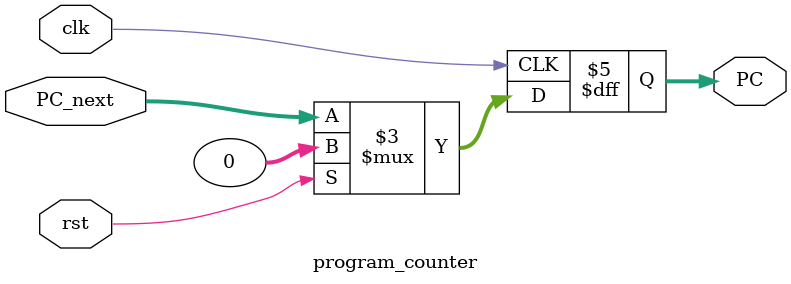
<source format=v>
`timescale 1ns / 1ps


module program_counter(
input clk, rst,
input wire [31:0] PC_next,
output reg [31:0] PC
    );
    always @(posedge clk)
    begin
    if (rst)
    PC <= 0;
    else
    PC <= PC_next;
    end
endmodule

</source>
